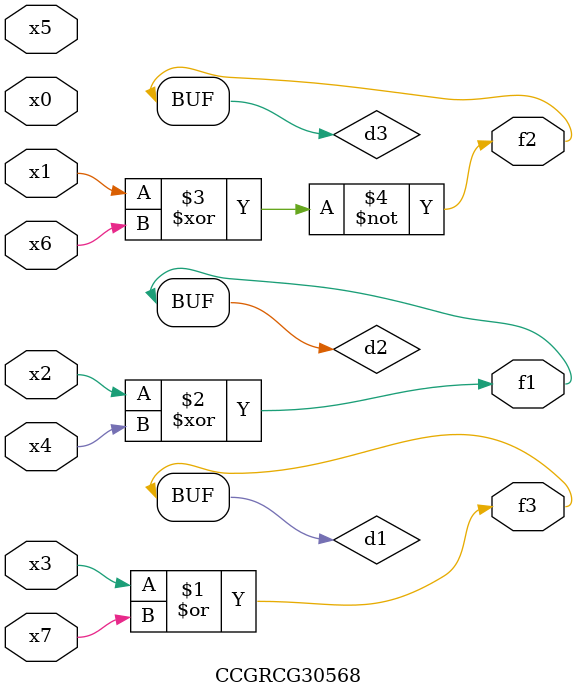
<source format=v>
module CCGRCG30568(
	input x0, x1, x2, x3, x4, x5, x6, x7,
	output f1, f2, f3
);

	wire d1, d2, d3;

	or (d1, x3, x7);
	xor (d2, x2, x4);
	xnor (d3, x1, x6);
	assign f1 = d2;
	assign f2 = d3;
	assign f3 = d1;
endmodule

</source>
